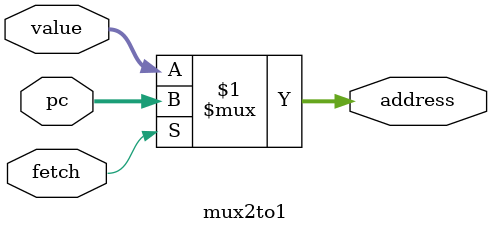
<source format=sv>

module mux2to1( input logic [7:0] value, pc, input logic fetch, output logic [7:0] address );

	assign address = (fetch)?pc:value;

endmodule 
</source>
